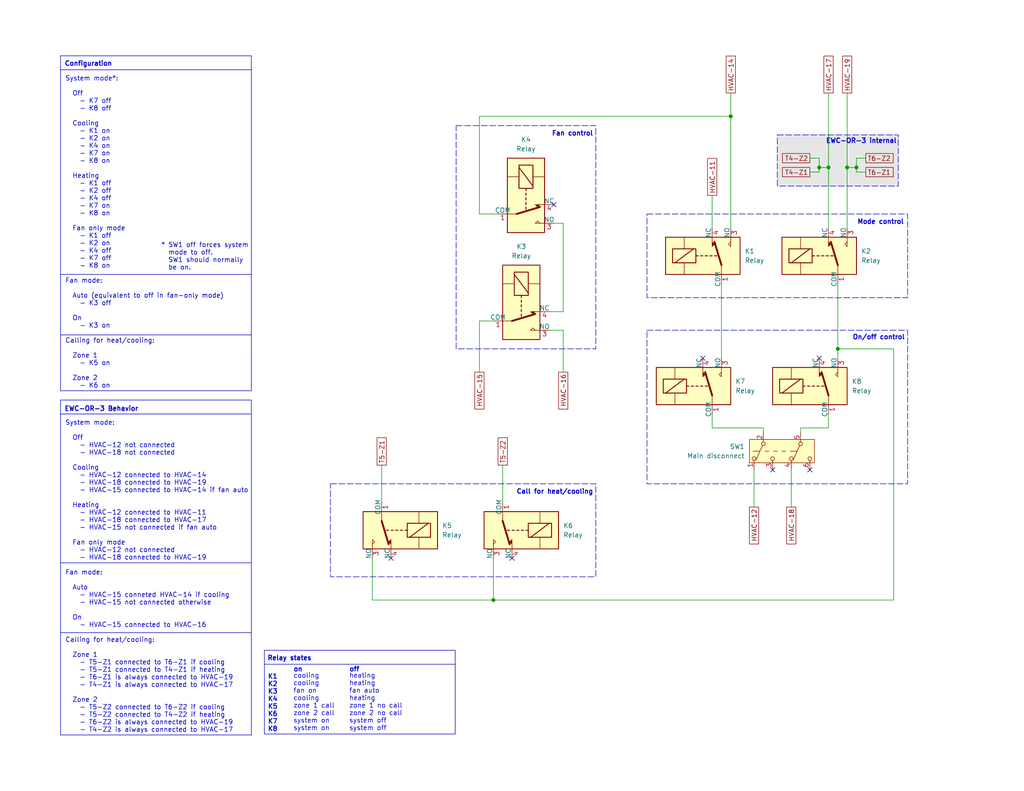
<source format=kicad_sch>
(kicad_sch (version 20231120) (generator "eeschema") (generator_version "8.0")
  (paper "USLetter")
  (title_block (title "Remote HVAC system selector and call") (date "2024-10-20") (rev "B") (company "Emjek Cordover") (comment 1 "github.com/mjec/esphome-config") (comment 2 "Relays K1..K8 are remotely controlled (not shown)") (comment 4 "For EWC-OR-3 control panel"))
  (lib_symbols
    (symbol "Switch:SW_Push_DPDT" (pin_names (offset 0) hide)
      (property "Reference" "SW" (at 0 10.16 0))
      (property "Value" "SW_Push_DPDT" (at 0 -10.16 0))
      (symbol "SW_Push_DPDT_0_0"
        (circle (center -2.032 -5.08) (radius 0.508))
        (circle (center -2.032 5.08) (radius 0.508))
        (circle (center 2.032 -7.62) (radius 0.508))
        (circle (center 2.032 2.54) (radius 0.508))
      )
      (symbol "SW_Push_DPDT_0_1"
        (polyline (pts (xy -1.524 -4.826) (xy 2.3368 -3.0988)))
        (polyline (pts (xy -1.524 5.334) (xy 2.3368 7.0612)))
        (polyline (pts (xy 0 -2.286) (xy 0 -4.064)))
        (polyline (pts (xy 0 -1.016) (xy 0 0)))
        (polyline (pts (xy 0 1.27) (xy 0 2.286)))
        (polyline (pts (xy 0 3.556) (xy 0 4.572)))
        (polyline (pts (xy 0 7.874) (xy 0 6.096)))
        (circle (center 2.032 -2.54) (radius 0.508))
        (circle (center 2.032 7.62) (radius 0.508))
      )
      (symbol "SW_Push_DPDT_1_1"
        (rectangle (start -3.175 8.89) (end 3.175 -8.89) (fill (type background)))
        (pin passive line (at 5.08 7.62 180) (length 2.54) (name "A") (number "1"))
        (pin passive line (at -5.08 5.08 0) (length 2.54) (name "B") (number "2"))
        (pin passive line (at 5.08 2.54 180) (length 2.54) (name "C") (number "3"))
        (pin passive line (at 5.08 -2.54 180) (length 2.54) (name "A") (number "4"))
        (pin passive line (at -5.08 -5.08 0) (length 2.54) (name "B") (number "5"))
        (pin passive line (at 5.08 -7.62 180) (length 2.54) (name "C") (number "6"))
      )
    )
    (symbol "hvac-relays-symbols:Relay" (pin_names (offset 0))
      (property "Reference" "K" (at 3.81 -11.43 90))
      (property "Value" "Relay" (at 1.27 -11.43 90))
      (symbol "Relay_0_0"
        (polyline (pts (xy 6.35 -6.35) (xy 3.81 -6.35) (xy 4.445 -5.715) (xy 5.08 -6.35)))
      )
      (symbol "Relay_0_1"
        (polyline (pts (xy -3.81 6.35) (xy -0.635 6.35)))
        (polyline (pts (xy -1.27 -3.81) (xy -3.81 -3.81)))
        (polyline (pts (xy -1.27 -3.81) (xy 5.08 -1.905)) (stroke (width 0.508)))
        (polyline (pts (xy -0.635 8.89) (xy 3.175 3.81)) (stroke (width 0.254)))
        (polyline (pts (xy 1.27 -1.905) (xy 1.27 -2.54)) (stroke (width 0.254)))
        (polyline (pts (xy 1.27 -0.635) (xy 1.27 -1.27)) (stroke (width 0.254)))
        (polyline (pts (xy 1.27 0.635) (xy 1.27 0)) (stroke (width 0.254)))
        (polyline (pts (xy 1.27 1.905) (xy 1.27 1.27)) (stroke (width 0.254)))
        (polyline (pts (xy 1.27 3.175) (xy 1.27 2.54)) (stroke (width 0.254)))
        (polyline (pts (xy 6.35 6.35) (xy 3.175 6.35)))
        (rectangle (start 3.175 9.525) (end -0.635 3.175) (stroke (width 0.254)))
        (rectangle (start 6.35 11.43) (end -3.81 -8.89) (stroke (width 0.254)) (fill (type background)))
      )
      (symbol "Relay_1_1"
        (polyline (pts (xy 5.08 -1.27) (xy 4.445 -1.905) (xy 3.81 -1.27) (xy 6.35 -1.27)) (fill (type outline)))
        (pin power_in line (at -6.35 -3.81 0) (length 2.54) (name "COM") (number "1"))
        (pin passive line (at -6.35 6.35 0) (length 2.54) hide (name "~") (number "2"))
        (pin power_out line (at 8.89 -6.35 180) (length 2.54) (name "NO") (number "3"))
        (pin power_out line (at 8.89 -1.27 180) (length 2.54) (name "NC") (number "4"))
        (pin passive line (at 8.89 6.35 180) (length 2.54) hide (name "~") (number "5"))
      )
    )
  )
  (junction (at 233.68 45.72))
  (junction (at 231.14 45.72))
  (junction (at 199.39 31.75))
  (junction (at 226.06 45.72))
  (junction (at 223.52 45.72))
  (junction (at 134.62 163.83))
  (junction (at 228.6 95.25))
  (no_connect (at 223.52 97.79))
  (no_connect (at 151.13 55.88))
  (no_connect (at 210.82 128.27))
  (no_connect (at 106.68 152.4))
  (no_connect (at 191.77 97.79))
  (no_connect (at 139.7 152.4))
  (no_connect (at 220.98 128.27))
  (wire (pts (xy 130.81 31.75) (xy 199.39 31.75)))
  (wire (pts (xy 137.16 127) (xy 137.16 137.16)))
  (wire (pts (xy 130.81 87.63) (xy 134.62 87.63)))
  (wire (pts (xy 196.85 77.47) (xy 196.85 97.79)))
  (wire (pts (xy 149.86 85.09) (xy 153.67 85.09)))
  (polyline (pts (xy 16.51 19.05) (xy 68.58 19.05)))
  (wire (pts (xy 236.22 43.18) (xy 233.68 43.18)))
  (wire (pts (xy 243.84 95.25) (xy 228.6 95.25)))
  (wire (pts (xy 130.81 31.75) (xy 130.81 58.42)))
  (wire (pts (xy 226.06 116.84) (xy 226.06 113.03)))
  (wire (pts (xy 220.98 46.99) (xy 223.52 46.99)))
  (wire (pts (xy 134.62 163.83) (xy 243.84 163.83)))
  (wire (pts (xy 205.74 128.27) (xy 205.74 138.43)))
  (wire (pts (xy 218.44 118.11) (xy 218.44 116.84)))
  (polyline (pts (xy 16.51 74.93) (xy 68.58 74.93)))
  (wire (pts (xy 153.67 60.96) (xy 151.13 60.96)))
  (wire (pts (xy 220.98 43.18) (xy 223.52 43.18)))
  (wire (pts (xy 101.6 152.4) (xy 101.6 163.83)))
  (polyline (pts (xy 16.51 91.44) (xy 68.58 91.44)))
  (wire (pts (xy 223.52 45.72) (xy 226.06 45.72)))
  (wire (pts (xy 208.28 116.84) (xy 194.31 116.84)))
  (polyline (pts (xy 16.51 113.03) (xy 68.58 113.03)))
  (wire (pts (xy 130.81 58.42) (xy 135.89 58.42)))
  (wire (pts (xy 134.62 152.4) (xy 134.62 163.83)))
  (wire (pts (xy 228.6 95.25) (xy 228.6 97.79)))
  (polyline (pts (xy 72.136 181.356) (xy 124.206 181.356)))
  (wire (pts (xy 194.31 53.34) (xy 194.31 62.23)))
  (wire (pts (xy 231.14 25.4) (xy 231.14 45.72)))
  (wire (pts (xy 228.6 77.47) (xy 228.6 95.25)))
  (wire (pts (xy 153.67 85.09) (xy 153.67 60.96)))
  (wire (pts (xy 153.67 101.6) (xy 153.67 90.17)))
  (wire (pts (xy 226.06 45.72) (xy 226.06 62.23)))
  (wire (pts (xy 199.39 25.4) (xy 199.39 31.75)))
  (wire (pts (xy 153.67 90.17) (xy 149.86 90.17)))
  (wire (pts (xy 226.06 25.4) (xy 226.06 45.72)))
  (wire (pts (xy 223.52 45.72) (xy 223.52 46.99)))
  (wire (pts (xy 101.6 163.83) (xy 134.62 163.83)))
  (wire (pts (xy 233.68 43.18) (xy 233.68 45.72)))
  (wire (pts (xy 233.68 46.99) (xy 236.22 46.99)))
  (wire (pts (xy 233.68 45.72) (xy 233.68 46.99)))
  (wire (pts (xy 215.9 128.27) (xy 215.9 138.43)))
  (wire (pts (xy 223.52 43.18) (xy 223.52 45.72)))
  (wire (pts (xy 104.14 127) (xy 104.14 137.16)))
  (wire (pts (xy 130.81 101.6) (xy 130.81 87.63)))
  (polyline (pts (xy 16.51 172.72) (xy 68.58 172.72)))
  (wire (pts (xy 218.44 116.84) (xy 226.06 116.84)))
  (polyline (pts (xy 16.51 153.67) (xy 68.58 153.67)))
  (wire (pts (xy 243.84 163.83) (xy 243.84 95.25)))
  (wire (pts (xy 199.39 31.75) (xy 199.39 62.23)))
  (wire (pts (xy 231.14 45.72) (xy 231.14 62.23)))
  (wire (pts (xy 208.28 118.11) (xy 208.28 116.84)))
  (wire (pts (xy 194.31 116.84) (xy 194.31 113.03)))
  (wire (pts (xy 231.14 45.72) (xy 233.68 45.72)))
  (rectangle (start 16.51 15.24) (end 68.58 106.68))
  (rectangle (start 176.53 58.42) (end 247.65 81.28) (stroke (width 0) (type dash)))
  (rectangle (start 212.09 36.83) (end 245.11 50.8) (stroke (width 0) (type dash)) (fill (type color) (color 0 0 0 0.1)))
  (rectangle (start 72.136 177.546) (end 124.206 200.406))
  (rectangle (start 16.51 109.22) (end 68.58 200.66))
  (rectangle (start 176.53 90.17) (end 247.65 132.08) (stroke (width 0) (type dash)))
  (rectangle (start 90.17 132.08) (end 162.56 157.48) (stroke (width 0) (type dash)))
  (rectangle (start 124.46 34.29) (end 162.56 95.25) (stroke (width 0) (type dash)))
  (text "Call for heat/cooling" (at 151.384 134.366 0) (effects (font (size 1.27 1.27) (thickness 0.254) (bold yes))))
  (text "K1\nK2\nK3\nK4\nK5\nK6\nK7\nK8" (at 74.422 192.024 0) (effects (font (size 1.27 1.27) (thickness 0.2381))))
  (text "System mode*:\n\n  Off\n    - K7 off\n    - K8 off\n\n  Cooling\n    - K1 on\n    - K2 on\n    - K4 on\n    - K7 on\n    - K8 on\n\n  Heating\n    - K1 off\n    - K2 off\n    - K4 off\n    - K7 on\n    - K8 on\n\n  Fan only mode\n    - K1 off\n    - K2 on\n    - K4 off\n    - K7 off\n    - K8 on\n\nFan mode:\n\n  Auto (equivalent to off in fan-only mode)\n    - K3 off\n\n  On\n    - K3 on\n\nCalling for heat/cooling:\n  \n  Zone 1\n    - K5 on\n\n  Zone 2\n    - K6 on" (at 17.78 20.828 0) (effects (font (size 1.27 1.27) (thickness 0.1588)) (justify left top)))
  (text "off" (at 95.25 182.88 0) (effects (font (size 1.27 1.27) (thickness 0.254) (bold yes)) (justify left)))
  (text "EWC-OR-3 internal" (at 225.298 38.608 0) (effects (font (size 1.27 1.27) (thickness 0.254) (bold yes)) (justify left)))
  (text "Mode control" (at 240.284 60.706 0) (effects (font (size 1.27 1.27) (thickness 0.254) (bold yes))))
  (text "heating\nheating\nfan auto\nheating\nzone 1 no call\nzone 2 no call\nsystem off\nsystem off" (at 95.25 191.77 0) (effects (font (size 1.27 1.27)) (justify left)))
  (text "on" (at 80.01 182.88 0) (effects (font (size 1.27 1.27) (thickness 0.254) (bold yes)) (justify left)))
  (text "* SW1 off forces system\n  mode to off.\n  SW1 should normally\n  be on." (at 43.942 70.104 0) (effects (font (size 1.27 1.27) (thickness 0.1588)) (justify left)))
  (text "EWC-OR-3 Behavior" (at 27.686 111.76 0) (effects (font (size 1.27 1.27) (thickness 0.254) (bold yes))))
  (text "Relay states" (at 78.994 179.832 0) (effects (font (size 1.27 1.27) (thickness 0.254) (bold yes))))
  (text "System mode:\n\n  Off\n    - HVAC-12 not connected\n    - HVAC-18 not connected\n\n  Cooling\n    - HVAC-12 connected to HVAC-14\n    - HVAC-18 connected to HVAC-19\n    - HVAC-15 connected to HVAC-14 if fan auto\n\n  Heating\n    - HVAC-12 connected to HVAC-11\n    - HVAC-18 connected to HVAC-17\n    - HVAC-15 not connected if fan auto\n\n  Fan only mode\n    - HVAC-12 not connected\n    - HVAC-18 connected to HVAC-19\n\nFan mode:\n\n  Auto\n    - HVAC-15 conneted HVAC-14 if cooling\n    - HVAC-15 not connected otherwise\n\n  On\n    - HVAC-15 connected to HVAC-16\n\nCalling for heat/cooling:\n  \n  Zone 1\n    - T5-Z1 connected to T6-Z1 if cooling\n    - T5-Z1 connected to T4-Z1 if heating\n    - T6-Z1 is always connected to HVAC-19\n    - T4-Z1 is always connected to HVAC-17\n\n  Zone 2\n    - T5-Z2 connected to T6-Z2 if cooling\n    - T5-Z2 connected to T4-Z2 if heating\n    - T6-Z2 is always connected to HVAC-19\n    - T4-Z2 is always connected to HVAC-17\n" (at 17.78 114.808 0) (effects (font (size 1.27 1.27) (thickness 0.1588)) (justify left top)))
  (text "Fan control" (at 156.21 36.576 0) (effects (font (size 1.27 1.27) (thickness 0.254) (bold yes))))
  (text "cooling\ncooling\nfan on\ncooling\nzone 1 call\nzone 2 call\nsystem on\nsystem on" (at 80.01 191.77 0) (effects (font (size 1.27 1.27)) (justify left)))
  (text "Configuration" (at 24.13 17.526 0) (effects (font (size 1.27 1.27) (thickness 0.254) (bold yes))))
  (text "On/off control" (at 239.776 92.202 0) (effects (font (size 1.27 1.27) (thickness 0.254) (bold yes))))
  (global_label "T5-Z2" (shape passive) (at 137.16 127 90) (property "Intersheetrefs" "${INTERSHEET_REFS}" (effects (hide yes))))
  (global_label "T5-Z1" (shape passive) (at 104.14 127 90) (property "Intersheetrefs" "${INTERSHEET_REFS}" (effects (hide yes))))
  (global_label "HVAC-15" (shape passive) (at 130.81 101.6 270) (property "Intersheetrefs" "${INTERSHEET_REFS}" (effects (hide yes))))
  (global_label "T6-Z1" (shape passive) (at 236.22 46.99 0) (property "Intersheetrefs" "${INTERSHEET_REFS}" (effects (hide yes))))
  (global_label "T6-Z2" (shape passive) (at 236.22 43.18 0) (property "Intersheetrefs" "${INTERSHEET_REFS}" (effects (hide yes))))
  (global_label "T4-Z1" (shape passive) (at 220.98 46.99 180) (property "Intersheetrefs" "${INTERSHEET_REFS}" (effects (hide yes))))
  (global_label "HVAC-14" (shape passive) (at 199.39 25.4 90) (property "Intersheetrefs" "${INTERSHEET_REFS}" (effects (hide yes))))
  (global_label "HVAC-17" (shape passive) (at 226.06 25.4 90) (property "Intersheetrefs" "${INTERSHEET_REFS}" (effects (hide yes))))
  (global_label "HVAC-18" (shape passive) (at 215.9 138.43 270) (property "Intersheetrefs" "${INTERSHEET_REFS}" (effects (hide yes))))
  (global_label "HVAC-12" (shape passive) (at 205.74 138.43 270) (property "Intersheetrefs" "${INTERSHEET_REFS}" (effects (hide yes))))
  (global_label "T4-Z2" (shape passive) (at 220.98 43.18 180) (property "Intersheetrefs" "${INTERSHEET_REFS}" (effects (hide yes))))
  (global_label "HVAC-11" (shape passive) (at 194.31 53.34 90) (property "Intersheetrefs" "${INTERSHEET_REFS}" (effects (hide yes))))
  (global_label "HVAC-16" (shape passive) (at 153.67 101.6 270) (property "Intersheetrefs" "${INTERSHEET_REFS}" (effects (hide yes))))
  (global_label "HVAC-19" (shape passive) (at 231.14 25.4 90) (property "Intersheetrefs" "${INTERSHEET_REFS}" (effects (hide yes))))
  (symbol (lib_id "hvac-relays-symbols:Relay") (at 193.04 71.12 90) (unit 1)
    (property "Reference" "K1" (at 203.2 68.5799 90) (effects (justify right)))
    (property "Value" "Relay" (at 203.2 71.1199 90) (effects (justify right)))
    (property "Footprint" "Relay_THT:Relay_SPDT_SANYOU_SRD_Series_Form_C" (effects (hide yes)))
    (property "Datasheet" "http://www.sanyourelay.ca/public/products/pdf/SRD.pdf" (effects (hide yes)))
    (property "Description" "Sanyo SRD relay, Single Pole Miniature Power Relay," (effects (hide yes)))
  )
  (symbol (lib_id "hvac-relays-symbols:Relay") (at 140.97 143.51 270) (unit 1)
    (property "Reference" "K6" (at 153.67 143.5099 90) (effects (justify left)))
    (property "Value" "Relay" (at 153.67 146.0499 90) (effects (justify left)))
    (property "Footprint" "Relay_THT:Relay_SPDT_SANYOU_SRD_Series_Form_C" (effects (hide yes)))
    (property "Datasheet" "http://www.sanyourelay.ca/public/products/pdf/SRD.pdf" (effects (hide yes)))
    (property "Description" "Sanyo SRD relay, Single Pole Miniature Power Relay," (effects (hide yes)))
  )
  (symbol (lib_id "Switch:SW_Push_DPDT") (at 213.36 123.19 90) (mirror x) (unit 1)
    (property "Reference" "SW1" (at 203.2 121.9199 90) (effects (justify left)))
    (property "Value" "Main disconnect" (at 203.2 124.4599 90) (effects (justify left)))
    (property "Description" "Momentary Switch, dual pole double throw" (effects (hide yes)))
  )
  (symbol (lib_id "hvac-relays-symbols:Relay") (at 224.79 71.12 90) (unit 1)
    (property "Reference" "K2" (at 234.95 68.5799 90) (effects (justify right)))
    (property "Value" "Relay" (at 234.95 71.1199 90) (effects (justify right)))
    (property "Footprint" "Relay_THT:Relay_SPDT_SANYOU_SRD_Series_Form_C" (effects (hide yes)))
    (property "Datasheet" "http://www.sanyourelay.ca/public/products/pdf/SRD.pdf" (effects (hide yes)))
    (property "Description" "Sanyo SRD relay, Single Pole Miniature Power Relay," (effects (hide yes)))
  )
  (symbol (lib_id "hvac-relays-symbols:Relay") (at 222.25 106.68 90) (unit 1)
    (property "Reference" "K8" (at 232.41 104.1399 90) (effects (justify right)))
    (property "Value" "Relay" (at 232.41 106.6799 90) (effects (justify right)))
    (property "Footprint" "Relay_THT:Relay_SPDT_SANYOU_SRD_Series_Form_C" (effects (hide yes)))
    (property "Datasheet" "http://www.sanyourelay.ca/public/products/pdf/SRD.pdf" (effects (hide yes)))
    (property "Description" "Sanyo SRD relay, Single Pole Miniature Power Relay," (effects (hide yes)))
  )
  (symbol (lib_id "hvac-relays-symbols:Relay") (at 140.97 83.82 0) (unit 1)
    (property "Reference" "K3" (at 142.24 67.31 0))
    (property "Value" "Relay" (at 142.24 69.85 0))
    (property "Footprint" "Relay_THT:Relay_SPDT_SANYOU_SRD_Series_Form_C" (effects (hide yes)))
    (property "Datasheet" "http://www.sanyourelay.ca/public/products/pdf/SRD.pdf" (effects (hide yes)))
    (property "Description" "Sanyo SRD relay, Single Pole Miniature Power Relay," (effects (hide yes)))
  )
  (symbol (lib_id "hvac-relays-symbols:Relay") (at 107.95 143.51 270) (unit 1)
    (property "Reference" "K5" (at 120.65 143.5099 90) (effects (justify left)))
    (property "Value" "Relay" (at 120.65 146.0499 90) (effects (justify left)))
    (property "Footprint" "Relay_THT:Relay_SPDT_SANYOU_SRD_Series_Form_C" (effects (hide yes)))
    (property "Datasheet" "http://www.sanyourelay.ca/public/products/pdf/SRD.pdf" (effects (hide yes)))
    (property "Description" "Sanyo SRD relay, Single Pole Miniature Power Relay," (effects (hide yes)))
  )
  (symbol (lib_id "hvac-relays-symbols:Relay") (at 190.5 106.68 90) (unit 1)
    (property "Reference" "K7" (at 200.66 104.1399 90) (effects (justify right)))
    (property "Value" "Relay" (at 200.66 106.6799 90) (effects (justify right)))
    (property "Footprint" "Relay_THT:Relay_SPDT_SANYOU_SRD_Series_Form_C" (effects (hide yes)))
    (property "Datasheet" "http://www.sanyourelay.ca/public/products/pdf/SRD.pdf" (effects (hide yes)))
    (property "Description" "Sanyo SRD relay, Single Pole Miniature Power Relay," (effects (hide yes)))
  )
  (symbol (lib_id "hvac-relays-symbols:Relay") (at 142.24 54.61 0) (unit 1)
    (property "Reference" "K4" (at 143.51 38.1 0))
    (property "Value" "Relay" (at 143.51 40.64 0))
    (property "Footprint" "Relay_THT:Relay_SPDT_SANYOU_SRD_Series_Form_C" (effects (hide yes)))
    (property "Datasheet" "http://www.sanyourelay.ca/public/products/pdf/SRD.pdf" (effects (hide yes)))
    (property "Description" "Sanyo SRD relay, Single Pole Miniature Power Relay," (effects (hide yes)))
  )
)
</source>
